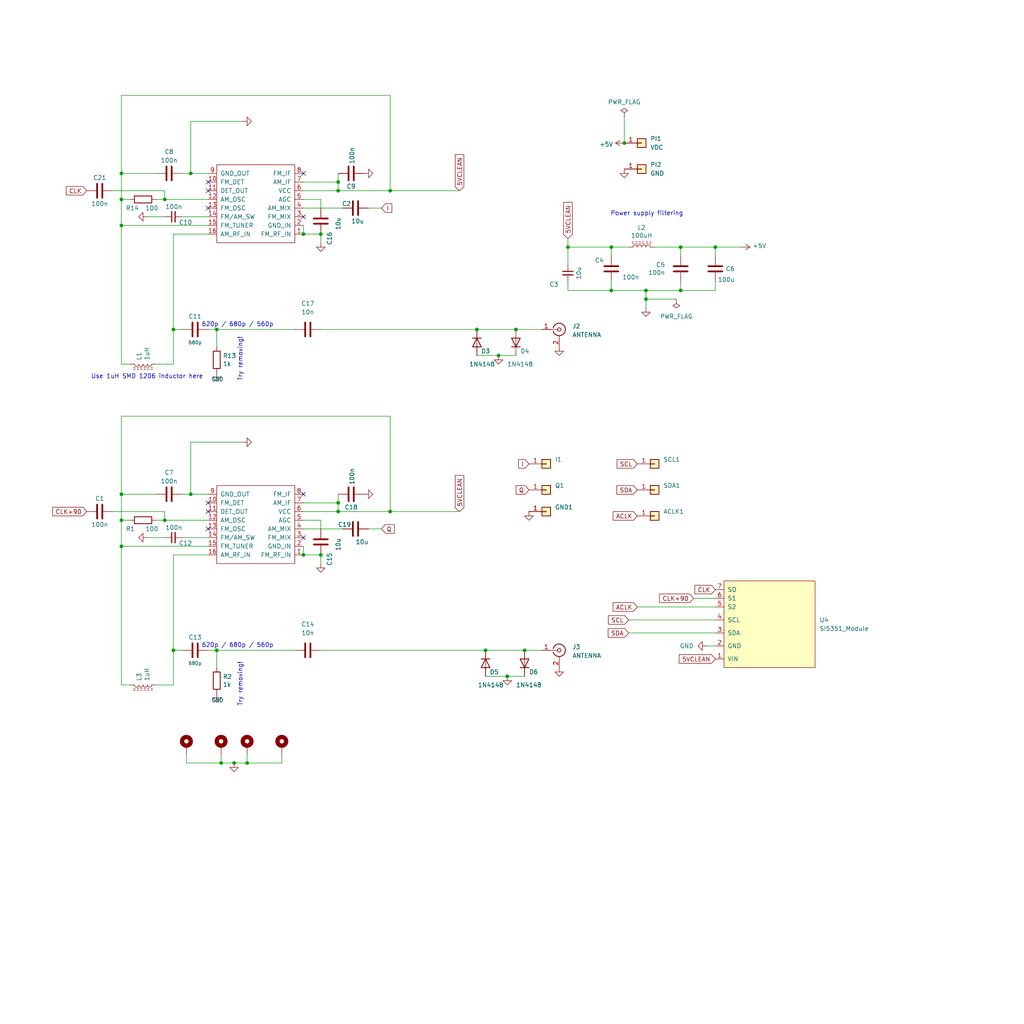
<source format=kicad_sch>
(kicad_sch (version 20230121) (generator eeschema)
  (paper "User" 299.999 299.999)
  (title_block (title "SDR using CD2003 DCRs") (date "2023-09-23") (rev "v1.01") (company "Rafal + Dhiru"))
  (lib_symbols
    (symbol "Connector:Conn_Coaxial" (pin_names (offset 1.016) hide)
      (property "Reference" "J" (at 0.254 3.048 0))
      (property "Value" "Conn_Coaxial" (at 2.921 0 90))
      (symbol "Conn_Coaxial_0_1"
        (arc (start -1.778 -0.508) (mid 0.2311 -1.8066) (end 1.778 0) (stroke (width 0.254)))
        (polyline (pts (xy -2.54 0) (xy -0.508 0)))
        (polyline (pts (xy 0 -2.54) (xy 0 -1.778)))
        (circle (center 0 0) (radius 0.508) (stroke (width 0.2032)))
        (arc (start 1.778 0) (mid 0.2099 1.8101) (end -1.778 0.508) (stroke (width 0.254)))
      )
      (symbol "Conn_Coaxial_1_1"
        (pin passive line (at -5.08 0 0) (length 2.54) (name "In") (number "1"))
        (pin passive line (at 0 -5.08 90) (length 2.54) (name "Ext") (number "2"))
      )
    )
    (symbol "Connector_Generic:Conn_01x01" (pin_names (offset 1.016) hide)
      (property "Reference" "J" (at 0 2.54 0))
      (property "Value" "Conn_01x01" (at 0 -2.54 0))
      (symbol "Conn_01x01_1_1"
        (rectangle (start -1.27 0.127) (end 0 -0.127) (stroke (width 0.1524)))
        (rectangle (start -1.27 1.27) (end 1.27 -1.27) (stroke (width 0.254)) (fill (type background)))
        (pin passive line (at -5.08 0 0) (length 3.81) (name "Pin_1") (number "1"))
      )
    )
    (symbol "D_1" (pin_numbers hide) (pin_names (offset 1.016) hide)
      (property "Reference" "D" (at 0 2.54 0))
      (property "Value" "D" (at 0 -2.54 0))
      (symbol "D_1_0_1"
        (polyline (pts (xy -1.27 1.27) (xy -1.27 -1.27)) (stroke (width 0.254)))
        (polyline (pts (xy 1.27 0) (xy -1.27 0)))
        (polyline (pts (xy 1.27 1.27) (xy 1.27 -1.27) (xy -1.27 0) (xy 1.27 1.27)) (stroke (width 0.254)))
      )
      (symbol "D_1_1_1"
        (pin passive line (at -3.81 0 0) (length 2.54) (name "K") (number "1"))
        (pin passive line (at 3.81 0 180) (length 2.54) (name "A") (number "2"))
      )
    )
    (symbol "Device:C" (pin_numbers hide) (pin_names (offset 0.254))
      (property "Reference" "C" (at 0.635 2.54 0))
      (property "Value" "C" (at 0.635 -2.54 0))
      (symbol "C_0_1"
        (polyline (pts (xy -2.032 -0.762) (xy 2.032 -0.762)) (stroke (width 0.508)))
        (polyline (pts (xy -2.032 0.762) (xy 2.032 0.762)) (stroke (width 0.508)))
      )
      (symbol "C_1_1"
        (pin passive line (at 0 3.81 270) (length 2.794) (name "~") (number "1"))
        (pin passive line (at 0 -3.81 90) (length 2.794) (name "~") (number "2"))
      )
    )
    (symbol "Device:C_Small" (pin_numbers hide) (pin_names (offset 0.254) hide)
      (property "Reference" "C" (at 0.254 1.778 0))
      (property "Value" "C_Small" (at 0.254 -2.032 0))
      (symbol "C_Small_0_1"
        (polyline (pts (xy -1.524 -0.508) (xy 1.524 -0.508)) (stroke (width 0.3302)))
        (polyline (pts (xy -1.524 0.508) (xy 1.524 0.508)) (stroke (width 0.3048)))
      )
      (symbol "C_Small_1_1"
        (pin passive line (at 0 2.54 270) (length 2.032) (name "~") (number "1"))
        (pin passive line (at 0 -2.54 90) (length 2.032) (name "~") (number "2"))
      )
    )
    (symbol "Device:D" (pin_numbers hide) (pin_names (offset 1.016) hide)
      (property "Reference" "D" (at 0 2.54 0))
      (property "Value" "D" (at 0 -2.54 0))
      (symbol "D_0_1"
        (polyline (pts (xy -1.27 1.27) (xy -1.27 -1.27)) (stroke (width 0.254)))
        (polyline (pts (xy 1.27 0) (xy -1.27 0)))
        (polyline (pts (xy 1.27 1.27) (xy 1.27 -1.27) (xy -1.27 0) (xy 1.27 1.27)) (stroke (width 0.254)))
      )
      (symbol "D_1_1"
        (pin passive line (at -3.81 0 0) (length 2.54) (name "K") (number "1"))
        (pin passive line (at 3.81 0 180) (length 2.54) (name "A") (number "2"))
      )
    )
    (symbol "Device:L_Ferrite" (pin_numbers hide) (pin_names (offset 1.016) hide)
      (property "Reference" "L" (at -1.27 0 90))
      (property "Value" "L_Ferrite" (at 2.794 0 90))
      (symbol "L_Ferrite_0_1"
        (arc (start 0 -2.54) (mid 0.6323 -1.905) (end 0 -1.27))
        (arc (start 0 -1.27) (mid 0.6323 -0.635) (end 0 0))
        (polyline (pts (xy 1.016 -2.794) (xy 1.016 -2.286)))
        (polyline (pts (xy 1.016 -1.778) (xy 1.016 -1.27)))
        (polyline (pts (xy 1.016 -0.762) (xy 1.016 -0.254)))
        (polyline (pts (xy 1.016 0.254) (xy 1.016 0.762)))
        (polyline (pts (xy 1.016 1.27) (xy 1.016 1.778)))
        (polyline (pts (xy 1.016 2.286) (xy 1.016 2.794)))
        (polyline (pts (xy 1.524 -2.286) (xy 1.524 -2.794)))
        (polyline (pts (xy 1.524 -1.27) (xy 1.524 -1.778)))
        (polyline (pts (xy 1.524 -0.254) (xy 1.524 -0.762)))
        (polyline (pts (xy 1.524 0.762) (xy 1.524 0.254)))
        (polyline (pts (xy 1.524 1.778) (xy 1.524 1.27)))
        (polyline (pts (xy 1.524 2.794) (xy 1.524 2.286)))
        (arc (start 0 0) (mid 0.6323 0.635) (end 0 1.27))
        (arc (start 0 1.27) (mid 0.6323 1.905) (end 0 2.54))
      )
      (symbol "L_Ferrite_1_1"
        (pin passive line (at 0 3.81 270) (length 1.27) (name "1") (number "1"))
        (pin passive line (at 0 -3.81 90) (length 1.27) (name "2") (number "2"))
      )
    )
    (symbol "Device:R" (pin_numbers hide) (pin_names (offset 0))
      (property "Reference" "R" (at 2.032 0 90))
      (property "Value" "R" (at 0 0 90))
      (symbol "R_0_1"
        (rectangle (start -1.016 -2.54) (end 1.016 2.54) (stroke (width 0.254)))
      )
      (symbol "R_1_1"
        (pin passive line (at 0 3.81 270) (length 1.27) (name "~") (number "1"))
        (pin passive line (at 0 -3.81 90) (length 1.27) (name "~") (number "2"))
      )
    )
    (symbol "Mechanical:MountingHole_Pad" (pin_numbers hide) (pin_names (offset 1.016) hide)
      (property "Reference" "H" (at 0 6.35 0))
      (property "Value" "MountingHole_Pad" (at 0 4.445 0))
      (symbol "MountingHole_Pad_0_1"
        (circle (center 0 1.27) (radius 1.27) (stroke (width 1.27)))
      )
      (symbol "MountingHole_Pad_1_1"
        (pin input line (at 0 -2.54 90) (length 2.54) (name "1") (number "1"))
      )
    )
    (symbol "PCM_4ms_Power-symbol:PWR_FLAG" (power) (pin_numbers hide) (pin_names (offset 0) hide)
      (property "Value" "PWR_FLAG" (at 0 3.81 0))
      (symbol "PWR_FLAG_0_0"
        (pin power_out line (at 0 0 90) (length 0) (name "pwr") (number "1"))
      )
      (symbol "PWR_FLAG_0_1"
        (polyline (pts (xy 0 0) (xy 0 1.27) (xy -1.016 1.905) (xy 0 2.54) (xy 1.016 1.905) (xy 0 1.27)))
      )
    )
    (symbol "cd2003gb_gp_fixed:CD2003GB_GP_Fixed" (pin_names (offset 1.016))
      (symbol "CD2003GB_GP_Fixed_0_1"
        (rectangle (start -11.43 17.78) (end 11.43 -5.08))
      )
      (symbol "CD2003GB_GP_Fixed_1_1"
        (pin input line (at -8.89 -7.62 90) (length 2.54) (name "FM_RF_IN") (number "1"))
        (pin input line (at 6.35 20.32 270) (length 2.54) (name "FM_DET") (number "10"))
        (pin input line (at 3.81 20.32 270) (length 2.54) (name "DET_OUT") (number "11"))
        (pin input line (at 1.27 20.32 270) (length 2.54) (name "AM_OSC") (number "12"))
        (pin input line (at -1.27 20.32 270) (length 2.54) (name "FM_OSC") (number "13"))
        (pin input line (at -3.81 20.32 270) (length 2.54) (name "FM/AM_SW") (number "14"))
        (pin input line (at -6.35 20.32 270) (length 2.54) (name "FM_TUNER") (number "15"))
        (pin input line (at -8.89 20.32 270) (length 2.54) (name "AM_RF_IN") (number "16"))
        (pin input line (at -6.35 -7.62 90) (length 2.54) (name "GND_IN") (number "2"))
        (pin input line (at -3.81 -7.62 90) (length 2.54) (name "FM_MIX") (number "3"))
        (pin input line (at -1.27 -7.62 90) (length 2.54) (name "AM_MIX") (number "4"))
        (pin passive line (at 1.27 -7.62 90) (length 2.54) (name "AGC") (number "5"))
        (pin input line (at 3.81 -7.62 90) (length 2.54) (name "VCC") (number "6"))
        (pin input line (at 6.35 -7.62 90) (length 2.54) (name "AM_IF") (number "7"))
        (pin input line (at 8.89 -7.62 90) (length 2.54) (name "FM_IF") (number "8"))
        (pin input line (at 8.89 20.32 270) (length 2.54) (name "GND_OUT") (number "9"))
      )
    )
    (symbol "power:+5V" (power) (pin_names (offset 0))
      (property "Value" "+5V" (at 0 3.556 0))
      (symbol "+5V_0_1"
        (polyline (pts (xy -0.762 1.27) (xy 0 2.54)))
        (polyline (pts (xy 0 0) (xy 0 2.54)))
        (polyline (pts (xy 0 2.54) (xy 0.762 1.27)))
      )
      (symbol "+5V_1_1"
        (pin power_in line (at 0 0 90) (length 0) hide (name "+5V") (number "1"))
      )
    )
    (symbol "power:GND" (power) (pin_names (offset 0))
      (property "Value" "GND" (at 0 -3.81 0))
      (symbol "GND_0_1"
        (polyline (pts (xy 0 0) (xy 0 -1.27) (xy 1.27 -1.27) (xy 0 -2.54) (xy -1.27 -1.27) (xy 0 -1.27)))
      )
      (symbol "GND_1_1"
        (pin power_in line (at 0 0 270) (length 0) hide (name "GND") (number "1"))
      )
    )
    (symbol "power:PWR_FLAG" (power) (pin_numbers hide) (pin_names (offset 0) hide)
      (property "Value" "PWR_FLAG" (at 0 3.81 0))
      (symbol "PWR_FLAG_0_0"
        (pin power_out line (at 0 0 90) (length 0) (name "pwr") (number "1"))
      )
      (symbol "PWR_FLAG_0_1"
        (polyline (pts (xy 0 0) (xy 0 1.27) (xy -1.016 1.905) (xy 0 2.54) (xy 1.016 1.905) (xy 0 1.27)))
      )
    )
    (symbol "si535x_module-vfo:SI535X_Module-VFO-ESP-WSPR-PCB-TTL-PA_FINAL-rescue-DIGI_UNO_TX-rescue-DTX-rescue" (pin_names (offset 1.016))
      (property "Reference" "U4" (at -1.27 13.97 0))
      (property "Value" "SI5351_Module" (at 0 -10.795 90))
      (symbol "SI535X_Module-VFO-ESP-WSPR-PCB-TTL-PA_FINAL-rescue-DIGI_UNO_TX-rescue-DTX-rescue_0_1"
        (rectangle (start -12.7 12.7) (end 13.97 -12.7) (fill (type background)))
      )
      (symbol "SI535X_Module-VFO-ESP-WSPR-PCB-TTL-PA_FINAL-rescue-DIGI_UNO_TX-rescue-DTX-rescue_1_1"
        (pin input line (at -15.24 -10.16 0) (length 2.54) (name "VIN") (number "1"))
        (pin input line (at -15.24 -6.35 0) (length 2.54) (name "GND") (number "2"))
        (pin bidirectional line (at -15.24 -2.54 0) (length 2.54) (name "SDA") (number "3"))
        (pin bidirectional line (at -15.24 1.27 0) (length 2.54) (name "SCL") (number "4"))
        (pin output line (at -15.24 5.08 0) (length 2.54) (name "S2") (number "5"))
        (pin output line (at -15.24 7.62 0) (length 2.54) (name "S1") (number "6"))
        (pin output line (at -15.24 10.16 0) (length 2.54) (name "SO") (number "7"))
      )
    )
  )
  (junction (at 88.9 162.56))
  (junction (at 114.3 149.86))
  (junction (at 93.98 162.56))
  (junction (at 182.88 41.91))
  (junction (at 50.8 96.52))
  (junction (at 48.26 152.4))
  (junction (at 153.67 190.5))
  (junction (at 88.9 68.58))
  (junction (at 199.39 72.39))
  (junction (at 146.05 104.14))
  (junction (at 189.23 85.09))
  (junction (at 179.07 72.39))
  (junction (at 72.39 223.52))
  (junction (at 48.26 58.42))
  (junction (at 99.06 53.34))
  (junction (at 99.06 149.86))
  (junction (at 55.88 50.8))
  (junction (at 93.98 68.58))
  (junction (at 99.06 55.88))
  (junction (at 166.37 72.39))
  (junction (at 151.13 96.52))
  (junction (at 139.7 96.52))
  (junction (at 148.59 198.12))
  (junction (at 209.55 72.39))
  (junction (at 114.3 55.88))
  (junction (at 63.5 190.5))
  (junction (at 55.88 144.78))
  (junction (at 99.06 147.32))
  (junction (at 199.39 85.09))
  (junction (at 68.58 223.52))
  (junction (at 64.77 223.52))
  (junction (at 50.8 190.5))
  (junction (at 179.07 85.09))
  (junction (at 35.56 66.04))
  (junction (at 35.56 50.8))
  (junction (at 35.56 58.42))
  (junction (at 142.24 190.5))
  (junction (at 63.5 96.52))
  (junction (at 189.23 87.63))
  (junction (at 35.56 160.02))
  (junction (at 35.56 144.78))
  (junction (at 35.56 152.4))
  (no_connect (at 60.96 149.86))
  (no_connect (at 60.96 60.96))
  (no_connect (at 88.9 63.5))
  (no_connect (at 60.96 55.88))
  (no_connect (at 88.9 157.48))
  (no_connect (at 60.96 147.32))
  (no_connect (at 60.96 53.34))
  (no_connect (at 88.9 144.78))
  (no_connect (at 60.96 154.94))
  (no_connect (at 88.9 50.8))
  (wire (pts (xy 35.56 152.4) (xy 35.56 144.78)))
  (wire (pts (xy 63.5 190.5) (xy 86.36 190.5)))
  (wire (pts (xy 64.77 223.52) (xy 68.58 223.52)))
  (wire (pts (xy 38.1 200.66) (xy 35.56 200.66)))
  (wire (pts (xy 182.88 34.29) (xy 182.88 41.91)))
  (wire (pts (xy 93.98 162.56) (xy 93.98 165.1)))
  (wire (pts (xy 50.8 96.52) (xy 53.34 96.52)))
  (wire (pts (xy 53.34 50.8) (xy 55.88 50.8)))
  (wire (pts (xy 60.96 96.52) (xy 63.5 96.52)))
  (wire (pts (xy 179.07 85.09) (xy 189.23 85.09)))
  (wire (pts (xy 99.06 147.32) (xy 99.06 149.86)))
  (wire (pts (xy 63.5 101.6) (xy 63.5 96.52)))
  (wire (pts (xy 93.98 68.58) (xy 93.98 71.12)))
  (wire (pts (xy 114.3 55.88) (xy 134.62 55.88)))
  (wire (pts (xy 72.39 220.98) (xy 72.39 223.52)))
  (wire (pts (xy 53.34 157.48) (xy 60.96 157.48)))
  (wire (pts (xy 184.15 181.61) (xy 209.55 181.61)))
  (wire (pts (xy 43.18 157.48) (xy 48.26 157.48)))
  (wire (pts (xy 209.55 177.8) (xy 186.69 177.8)))
  (wire (pts (xy 166.37 72.39) (xy 166.37 77.47)))
  (wire (pts (xy 209.55 82.55) (xy 209.55 85.09)))
  (wire (pts (xy 54.61 223.52) (xy 64.77 223.52)))
  (wire (pts (xy 35.56 121.92) (xy 114.3 121.92)))
  (wire (pts (xy 55.88 50.8) (xy 55.88 35.56)))
  (wire (pts (xy 184.15 185.42) (xy 209.55 185.42)))
  (wire (pts (xy 88.9 154.94) (xy 100.33 154.94)))
  (wire (pts (xy 55.88 35.56) (xy 71.12 35.56)))
  (wire (pts (xy 153.67 190.5) (xy 158.75 190.5)))
  (wire (pts (xy 166.37 72.39) (xy 179.07 72.39)))
  (wire (pts (xy 166.37 82.55) (xy 166.37 85.09)))
  (wire (pts (xy 88.9 60.96) (xy 100.33 60.96)))
  (wire (pts (xy 45.72 152.4) (xy 48.26 152.4)))
  (wire (pts (xy 93.98 190.5) (xy 142.24 190.5)))
  (wire (pts (xy 48.26 149.86) (xy 48.26 152.4)))
  (wire (pts (xy 114.3 121.92) (xy 114.3 149.86)))
  (wire (pts (xy 189.23 85.09) (xy 199.39 85.09)))
  (wire (pts (xy 93.98 96.52) (xy 139.7 96.52)))
  (wire (pts (xy 209.55 72.39) (xy 217.17 72.39)))
  (wire (pts (xy 35.56 50.8) (xy 45.72 50.8)))
  (wire (pts (xy 60.96 50.8) (xy 55.88 50.8)))
  (wire (pts (xy 199.39 72.39) (xy 199.39 74.93)))
  (wire (pts (xy 207.01 189.23) (xy 209.55 189.23)))
  (wire (pts (xy 99.06 50.8) (xy 99.06 53.34)))
  (wire (pts (xy 53.34 63.5) (xy 60.96 63.5)))
  (wire (pts (xy 88.9 53.34) (xy 99.06 53.34)))
  (wire (pts (xy 99.06 149.86) (xy 114.3 149.86)))
  (wire (pts (xy 153.67 198.12) (xy 148.59 198.12)))
  (wire (pts (xy 114.3 149.86) (xy 134.62 149.86)))
  (wire (pts (xy 209.55 72.39) (xy 209.55 74.93)))
  (wire (pts (xy 199.39 72.39) (xy 209.55 72.39)))
  (wire (pts (xy 54.61 220.98) (xy 54.61 223.52)))
  (wire (pts (xy 60.96 144.78) (xy 55.88 144.78)))
  (wire (pts (xy 35.56 58.42) (xy 35.56 50.8)))
  (wire (pts (xy 99.06 53.34) (xy 99.06 55.88)))
  (wire (pts (xy 179.07 74.93) (xy 179.07 72.39)))
  (wire (pts (xy 35.56 66.04) (xy 35.56 58.42)))
  (wire (pts (xy 50.8 200.66) (xy 45.72 200.66)))
  (wire (pts (xy 50.8 68.58) (xy 60.96 68.58)))
  (wire (pts (xy 88.9 147.32) (xy 99.06 147.32)))
  (wire (pts (xy 114.3 27.94) (xy 114.3 55.88)))
  (wire (pts (xy 43.18 63.5) (xy 48.26 63.5)))
  (wire (pts (xy 50.8 190.5) (xy 50.8 200.66)))
  (wire (pts (xy 68.58 223.52) (xy 72.39 223.52)))
  (wire (pts (xy 88.9 149.86) (xy 99.06 149.86)))
  (wire (pts (xy 35.56 160.02) (xy 35.56 200.66)))
  (wire (pts (xy 199.39 82.55) (xy 199.39 85.09)))
  (wire (pts (xy 139.7 96.52) (xy 151.13 96.52)))
  (wire (pts (xy 151.13 96.52) (xy 158.75 96.52)))
  (wire (pts (xy 35.56 66.04) (xy 60.96 66.04)))
  (wire (pts (xy 35.56 160.02) (xy 35.56 152.4)))
  (wire (pts (xy 88.9 68.58) (xy 93.98 68.58)))
  (wire (pts (xy 203.2 175.26) (xy 209.55 175.26)))
  (wire (pts (xy 35.56 160.02) (xy 60.96 160.02)))
  (wire (pts (xy 35.56 50.8) (xy 35.56 27.94)))
  (wire (pts (xy 63.5 195.58) (xy 63.5 190.5)))
  (wire (pts (xy 64.77 220.98) (xy 64.77 223.52)))
  (wire (pts (xy 55.88 129.54) (xy 71.12 129.54)))
  (wire (pts (xy 48.26 58.42) (xy 60.96 58.42)))
  (wire (pts (xy 88.9 55.88) (xy 99.06 55.88)))
  (wire (pts (xy 38.1 106.68) (xy 35.56 106.68)))
  (wire (pts (xy 107.95 154.94) (xy 111.76 154.94)))
  (wire (pts (xy 50.8 68.58) (xy 50.8 96.52)))
  (wire (pts (xy 48.26 152.4) (xy 60.96 152.4)))
  (wire (pts (xy 179.07 82.55) (xy 179.07 85.09)))
  (wire (pts (xy 53.34 144.78) (xy 55.88 144.78)))
  (wire (pts (xy 146.05 104.14) (xy 139.7 104.14)))
  (wire (pts (xy 35.56 27.94) (xy 114.3 27.94)))
  (wire (pts (xy 38.1 58.42) (xy 35.56 58.42)))
  (wire (pts (xy 189.23 90.17) (xy 189.23 87.63)))
  (wire (pts (xy 50.8 162.56) (xy 50.8 190.5)))
  (wire (pts (xy 60.96 190.5) (xy 63.5 190.5)))
  (wire (pts (xy 45.72 106.68) (xy 50.8 106.68)))
  (wire (pts (xy 166.37 69.85) (xy 166.37 72.39)))
  (wire (pts (xy 99.06 55.88) (xy 114.3 55.88)))
  (wire (pts (xy 189.23 87.63) (xy 198.12 87.63)))
  (wire (pts (xy 50.8 96.52) (xy 50.8 106.68)))
  (wire (pts (xy 35.56 66.04) (xy 35.56 106.68)))
  (wire (pts (xy 166.37 85.09) (xy 179.07 85.09)))
  (wire (pts (xy 33.02 55.88) (xy 48.26 55.88)))
  (wire (pts (xy 50.8 162.56) (xy 60.96 162.56)))
  (wire (pts (xy 93.98 58.42) (xy 93.98 60.96)))
  (wire (pts (xy 93.98 152.4) (xy 93.98 154.94)))
  (wire (pts (xy 99.06 144.78) (xy 99.06 147.32)))
  (wire (pts (xy 88.9 160.02) (xy 88.9 162.56)))
  (wire (pts (xy 45.72 58.42) (xy 48.26 58.42)))
  (wire (pts (xy 199.39 85.09) (xy 209.55 85.09)))
  (wire (pts (xy 55.88 144.78) (xy 55.88 129.54)))
  (wire (pts (xy 48.26 55.88) (xy 48.26 58.42)))
  (wire (pts (xy 35.56 144.78) (xy 45.72 144.78)))
  (wire (pts (xy 82.55 223.52) (xy 82.55 220.98)))
  (wire (pts (xy 88.9 66.04) (xy 88.9 68.58)))
  (wire (pts (xy 179.07 72.39) (xy 184.15 72.39)))
  (wire (pts (xy 191.77 72.39) (xy 199.39 72.39)))
  (wire (pts (xy 88.9 152.4) (xy 93.98 152.4)))
  (wire (pts (xy 142.24 190.5) (xy 153.67 190.5)))
  (wire (pts (xy 88.9 58.42) (xy 93.98 58.42)))
  (wire (pts (xy 63.5 96.52) (xy 86.36 96.52)))
  (wire (pts (xy 38.1 152.4) (xy 35.56 152.4)))
  (wire (pts (xy 148.59 198.12) (xy 142.24 198.12)))
  (wire (pts (xy 88.9 162.56) (xy 93.98 162.56)))
  (wire (pts (xy 189.23 87.63) (xy 189.23 85.09)))
  (wire (pts (xy 35.56 144.78) (xy 35.56 121.92)))
  (wire (pts (xy 50.8 190.5) (xy 53.34 190.5)))
  (wire (pts (xy 151.13 104.14) (xy 146.05 104.14)))
  (wire (pts (xy 33.02 149.86) (xy 48.26 149.86)))
  (wire (pts (xy 72.39 223.52) (xy 82.55 223.52)))
  (wire (pts (xy 107.95 60.96) (xy 111.76 60.96)))
  (text "620p / 680p / 560p" (at 59.055 189.865 0) (effects (font (size 1.27 1.27)) (justify left bottom)))
  (text "Use 1uH SMD 1206 inductor here" (at 26.67 111.125 0) (effects (font (size 1.27 1.27)) (justify left bottom)))
  (text "Power supply filtering" (at 178.816 63.373 0) (effects (font (size 1.27 1.27)) (justify left bottom)))
  (text "620p / 680p / 560p" (at 59.055 95.885 0) (effects (font (size 1.27 1.27)) (justify left bottom)))
  (text "Try removing!" (at 71.12 111.76 90) (effects (font (size 1.27 1.27)) (justify left bottom)))
  (text "Try removing!" (at 71.12 207.01 90) (effects (font (size 1.27 1.27)) (justify left bottom)))
  (global_label "Q" (shape input) (at 154.94 143.51 180) (property "Intersheetrefs" "${INTERSHEET_REFS}" (effects hide)))
  (global_label "ACLK" (shape input) (at 186.69 151.13 180) (property "Intersheetrefs" "${INTERSHEET_REFS}" (effects hide)))
  (global_label "CLK" (shape input) (at 25.4 55.88 180) (property "Intersheetrefs" "${INTERSHEET_REFS}" (effects hide)))
  (global_label "5VCLEAN" (shape input) (at 134.62 149.86 90) (property "Intersheetrefs" "${INTERSHEET_REFS}" (effects hide)))
  (global_label "5VCLEAN" (shape input) (at 209.55 193.04 180) (property "Intersheetrefs" "${INTERSHEET_REFS}" (effects hide)))
  (global_label "I" (shape input) (at 111.76 60.96 0) (property "Intersheetrefs" "${INTERSHEET_REFS}" (effects hide)))
  (global_label "I" (shape input) (at 154.94 135.89 180) (property "Intersheetrefs" "${INTERSHEET_REFS}" (effects hide)))
  (global_label "SDA" (shape input) (at 186.69 143.51 180) (property "Intersheetrefs" "${INTERSHEET_REFS}" (effects hide)))
  (global_label "CLK+90" (shape input) (at 203.2 175.26 180) (property "Intersheetrefs" "${INTERSHEET_REFS}" (effects hide)))
  (global_label "Q" (shape input) (at 111.76 154.94 0) (property "Intersheetrefs" "${INTERSHEET_REFS}" (effects hide)))
  (global_label "5VCLEAN" (shape input) (at 134.62 55.88 90) (property "Intersheetrefs" "${INTERSHEET_REFS}" (effects hide)))
  (global_label "CLK+90" (shape input) (at 25.4 149.86 180) (property "Intersheetrefs" "${INTERSHEET_REFS}" (effects hide)))
  (global_label "ACLK" (shape input) (at 186.69 177.8 180) (property "Intersheetrefs" "${INTERSHEET_REFS}" (effects hide)))
  (global_label "SDA" (shape input) (at 184.15 185.42 180) (property "Intersheetrefs" "${INTERSHEET_REFS}" (effects hide)))
  (global_label "CLK" (shape input) (at 209.55 172.72 180) (property "Intersheetrefs" "${INTERSHEET_REFS}" (effects hide)))
  (global_label "5VCLEAN" (shape input) (at 166.37 69.85 90) (property "Intersheetrefs" "${INTERSHEET_REFS}" (effects hide)))
  (global_label "SCL" (shape input) (at 186.69 135.89 180) (property "Intersheetrefs" "${INTERSHEET_REFS}" (effects hide)))
  (global_label "SCL" (shape input) (at 184.15 181.61 180) (property "Intersheetrefs" "${INTERSHEET_REFS}" (effects hide)))
  (symbol (lib_id "Device:C_Small") (at 50.8 157.48 90) (unit 1)
    (property "Reference" "C12" (at 54.356 159.131 90))
    (property "Value" "100n" (at 50.927 154.559 90))
    (property "Footprint" "Capacitor_SMD:C_1206_3216Metric_Pad1.33x1.80mm_HandSolder" (effects hide))
  )
  (symbol (lib_id "Device:L_Ferrite") (at 41.91 106.68 270) (unit 1)
    (property "Reference" "L1" (at 40.7416 105.5624 0) (effects (justify right)))
    (property "Value" "1uH" (at 43.053 105.5624 0) (effects (justify right)))
    (property "Footprint" "Inductor_SMD:L_1206_3216Metric_Pad1.22x1.90mm_HandSolder" (effects hide))
  )
  (symbol (lib_id "Device:C") (at 29.21 149.86 270) (unit 1)
    (property "Reference" "C1" (at 29.21 146.05 90))
    (property "Value" "100n" (at 29.21 153.67 90))
    (property "Footprint" "Capacitor_SMD:C_1206_3216Metric_Pad1.33x1.80mm_HandSolder" (effects hide))
  )
  (symbol (lib_id "Device:C") (at 104.14 60.96 90) (mirror x) (unit 1)
    (property "Reference" "C2" (at 102.87 59.69 90) (effects (justify left)))
    (property "Value" "10u" (at 106.68 64.77 90) (effects (justify left)))
    (property "Footprint" "Capacitor_SMD:C_1206_3216Metric_Pad1.33x1.80mm_HandSolder" (effects hide))
  )
  (symbol (lib_id "Device:C") (at 93.98 64.77 0) (unit 1)
    (property "Reference" "C16" (at 96.52 69.85 90))
    (property "Value" " 10u" (at 99.06 66.04 90))
    (property "Footprint" "Capacitor_SMD:C_1206_3216Metric_Pad1.33x1.80mm_HandSolder" (effects hide))
  )
  (symbol (lib_id "Device:C") (at 102.87 50.8 90) (unit 1)
    (property "Reference" "C9" (at 102.87 54.61 90))
    (property "Value" "100n" (at 103.124 45.593 0))
    (property "Footprint" "Capacitor_SMD:C_1206_3216Metric_Pad1.33x1.80mm_HandSolder" (effects hide))
  )
  (symbol (lib_id "power:+5V") (at 182.88 41.91 90) (mirror x) (unit 1)
    (property "Reference" "#PWR011" (effects hide))
    (property "Value" "+5V" (at 179.6288 42.291 90) (effects (justify left)))
  )
  (symbol (lib_id "Device:R") (at 63.5 199.39 0) (unit 1)
    (property "Reference" "R2" (at 65.278 198.2216 0) (effects (justify left)))
    (property "Value" "1k" (at 65.278 200.533 0) (effects (justify left)))
    (property "Footprint" "Resistor_SMD:R_1206_3216Metric_Pad1.30x1.75mm_HandSolder" (effects hide))
  )
  (symbol (lib_id "cd2003gb_gp_fixed:CD2003GB_GP_Fixed") (at 81.28 59.69 90) (unit 1)
    (property "Reference" "U1" (effects hide))
    (property "Value" "CD2003GB_GP" (effects hide))
    (property "Footprint" "Package_DIP:DIP-16_W7.62mm_Socket" (effects hide))
  )
  (symbol (lib_id "Device:C") (at 29.21 55.88 270) (unit 1)
    (property "Reference" "C21" (at 29.21 52.07 90))
    (property "Value" "100n" (at 29.21 59.69 90))
    (property "Footprint" "Capacitor_SMD:C_1206_3216Metric_Pad1.33x1.80mm_HandSolder" (effects hide))
  )
  (symbol (lib_id "Device:C_Small") (at 50.8 63.5 90) (unit 1)
    (property "Reference" "C10" (at 54.356 65.151 90))
    (property "Value" "100n" (at 50.927 60.579 90))
    (property "Footprint" "Capacitor_SMD:C_1206_3216Metric_Pad1.33x1.80mm_HandSolder" (effects hide))
  )
  (symbol (lib_id "Connector_Generic:Conn_01x01") (at 191.77 143.51 0) (unit 1)
    (property "Reference" "SDA1" (at 194.31 142.24 0) (effects (justify left)))
    (property "Value" "SDA" (effects hide))
    (property "Footprint" "TestPoint:TestPoint_Pad_4.0x4.0mm" (effects hide))
  )
  (symbol (lib_id "Connector_Generic:Conn_01x01") (at 187.96 49.53 0) (unit 1)
    (property "Reference" "PI2" (at 190.5 48.26 0) (effects (justify left)))
    (property "Value" "GND" (at 190.5 50.8 0) (effects (justify left)))
    (property "Footprint" "TestPoint:TestPoint_Pad_4.0x4.0mm" (effects hide))
  )
  (symbol (lib_id "Connector_Generic:Conn_01x01") (at 191.77 151.13 0) (unit 1)
    (property "Reference" "ACLK1" (at 194.31 149.86 0) (effects (justify left)))
    (property "Value" "ACLK" (effects hide))
    (property "Footprint" "TestPoint:TestPoint_Pad_4.0x4.0mm" (effects hide))
  )
  (symbol (lib_id "power:GND") (at 71.12 35.56 90) (unit 1)
    (property "Reference" "#PWR0132" (effects hide))
    (property "Value" "GNDPWR" (effects hide))
  )
  (symbol (lib_id "Device:C") (at 209.55 78.74 0) (mirror y) (unit 1)
    (property "Reference" "C6" (at 215.265 78.74 0) (effects (justify left)))
    (property "Value" "100u" (at 215.265 81.915 0) (effects (justify left)))
    (property "Footprint" "Capacitor_SMD:C_1206_3216Metric_Pad1.33x1.80mm_HandSolder" (effects hide))
  )
  (symbol (lib_name "D_1") (lib_id "Device:D") (at 151.13 100.33 90) (unit 1)
    (property "Reference" "D4" (at 152.4 102.87 90) (effects (justify right)))
    (property "Value" "1N4148" (at 148.59 106.68 90) (effects (justify right)))
    (property "Footprint" "Diode_SMD:D_SOD-123" (effects hide))
    (property "Sim.Device" "D" (effects hide))
    (property "Sim.Pins" "1=K 2=A" (effects hide))
  )
  (symbol (lib_id "Device:C") (at 104.14 154.94 90) (mirror x) (unit 1)
    (property "Reference" "C19" (at 102.87 153.67 90) (effects (justify left)))
    (property "Value" "10u" (at 107.95 158.75 90) (effects (justify left)))
    (property "Footprint" "Capacitor_SMD:C_1206_3216Metric_Pad1.33x1.80mm_HandSolder" (effects hide))
  )
  (symbol (lib_name "D_1") (lib_id "Device:D") (at 153.67 194.31 90) (unit 1)
    (property "Reference" "D6" (at 154.94 196.85 90) (effects (justify right)))
    (property "Value" "1N4148" (at 151.13 200.66 90) (effects (justify right)))
    (property "Footprint" "Diode_SMD:D_SOD-123" (effects hide))
    (property "Sim.Device" "D" (effects hide))
    (property "Sim.Pins" "1=K 2=A" (effects hide))
  )
  (symbol (lib_id "power:GND") (at 189.23 90.17 0) (unit 1)
    (property "Reference" "#PWR03" (effects hide))
    (property "Value" "GNDPWR" (effects hide))
  )
  (symbol (lib_id "Mechanical:MountingHole_Pad") (at 64.77 218.44 0) (unit 1)
    (property "Reference" "H2" (effects hide))
    (property "Value" "MountingHole_Pad" (effects hide))
    (property "Footprint" "MountingHole:MountingHole_2.2mm_M2_Pad_Via" (effects hide))
  )
  (symbol (lib_id "power:GND") (at 207.01 189.23 270) (unit 1)
    (property "Reference" "#PWR013" (effects hide))
    (property "Value" "GND" (at 203.2 189.23 90) (effects (justify right)))
  )
  (symbol (lib_id "power:GND") (at 163.83 101.6 0) (unit 1)
    (property "Reference" "#PWR015" (effects hide))
    (property "Value" "GNDPWR" (effects hide))
  )
  (symbol (lib_id "Connector_Generic:Conn_01x01") (at 160.02 135.89 0) (unit 1)
    (property "Reference" "I1" (at 162.56 134.62 0) (effects (justify left)))
    (property "Value" "I" (effects hide))
    (property "Footprint" "TestPoint:TestPoint_Pad_4.0x4.0mm" (effects hide))
  )
  (symbol (lib_id "Device:C_Small") (at 166.37 80.01 0) (unit 1)
    (property "Reference" "C3" (at 160.909 83.312 0) (effects (justify left)))
    (property "Value" "10u" (at 169.545 81.915 90) (effects (justify left)))
    (property "Footprint" "Capacitor_SMD:C_1206_3216Metric_Pad1.33x1.80mm_HandSolder" (effects hide))
  )
  (symbol (lib_id "Device:C") (at 49.53 50.8 90) (mirror x) (unit 1)
    (property "Reference" "C8" (at 49.53 44.45 90))
    (property "Value" "100n" (at 49.53 46.99 90))
    (property "Footprint" "Capacitor_SMD:C_1206_3216Metric_Pad1.33x1.80mm_HandSolder" (effects hide))
  )
  (symbol (lib_id "power:GND") (at 43.18 157.48 270) (unit 1)
    (property "Reference" "#PWR01" (effects hide))
    (property "Value" "GNDPWR" (effects hide))
  )
  (symbol (lib_id "Device:C") (at 199.39 78.74 0) (mirror y) (unit 1)
    (property "Reference" "C5" (at 194.8688 77.5716 0) (effects (justify left)))
    (property "Value" "100n" (at 194.8688 79.883 0) (effects (justify left)))
    (property "Footprint" "Capacitor_SMD:C_1206_3216Metric_Pad1.33x1.80mm_HandSolder" (effects hide))
  )
  (symbol (lib_id "Device:C") (at 93.98 158.75 0) (unit 1)
    (property "Reference" "C15" (at 96.52 163.83 90))
    (property "Value" " 10u" (at 99.06 160.02 90))
    (property "Footprint" "Capacitor_SMD:C_1206_3216Metric_Pad1.33x1.80mm_HandSolder" (effects hide))
  )
  (symbol (lib_id "power:GND") (at 93.98 71.12 0) (unit 1)
    (property "Reference" "#PWR02" (effects hide))
    (property "Value" "GNDPWR" (effects hide))
  )
  (symbol (lib_id "power:GND") (at 43.18 63.5 270) (unit 1)
    (property "Reference" "#PWR0131" (effects hide))
    (property "Value" "GNDPWR" (effects hide))
  )
  (symbol (lib_id "power:GND") (at 148.59 198.12 0) (unit 1)
    (property "Reference" "#PWR018" (effects hide))
    (property "Value" "GNDPWR" (effects hide))
  )
  (symbol (lib_id "power:GND") (at 63.5 203.2 0) (unit 1)
    (property "Reference" "#U$05" (effects hide))
    (property "Value" "~" (at 61.976 205.74 0) (effects (font (size 1.27 1.0795)) (justify left bottom)))
    (property "Footprint" "Adafruit Si5351A:" (effects hide))
  )
  (symbol (lib_id "power:GND") (at 146.05 104.14 0) (unit 1)
    (property "Reference" "#PWR017" (effects hide))
    (property "Value" "GNDPWR" (effects hide))
  )
  (symbol (lib_id "power:GND") (at 68.58 223.52 0) (unit 1)
    (property "Reference" "#PWR010" (effects hide))
    (property "Value" "GNDPWR" (effects hide))
  )
  (symbol (lib_id "Connector_Generic:Conn_01x01") (at 160.02 143.51 0) (unit 1)
    (property "Reference" "Q1" (at 162.56 142.24 0) (effects (justify left)))
    (property "Value" "Q" (effects hide))
    (property "Footprint" "TestPoint:TestPoint_Pad_4.0x4.0mm" (effects hide))
  )
  (symbol (lib_id "Device:R") (at 63.5 105.41 0) (unit 1)
    (property "Reference" "R13" (at 65.278 104.2416 0) (effects (justify left)))
    (property "Value" "1k" (at 65.278 106.553 0) (effects (justify left)))
    (property "Footprint" "Resistor_SMD:R_1206_3216Metric_Pad1.30x1.75mm_HandSolder" (effects hide))
  )
  (symbol (lib_id "Device:C") (at 49.53 144.78 90) (mirror x) (unit 1)
    (property "Reference" "C7" (at 49.53 138.43 90))
    (property "Value" "100n" (at 49.53 140.97 90))
    (property "Footprint" "Capacitor_SMD:C_1206_3216Metric_Pad1.33x1.80mm_HandSolder" (effects hide))
  )
  (symbol (lib_id "PCM_4ms_Power-symbol:PWR_FLAG") (at 198.12 87.63 180) (unit 1)
    (property "Reference" "#FLG01" (effects hide))
    (property "Value" "PWR_FLAG" (at 198.12 92.71 0))
  )
  (symbol (lib_id "si535x_module-vfo:SI535X_Module-VFO-ESP-WSPR-PCB-TTL-PA_FINAL-rescue-DIGI_UNO_TX-rescue-DTX-rescue") (at 224.79 182.88 0) (unit 1)
    (property "Reference" "U4" (at 240.03 181.61 0) (effects (justify left)))
    (property "Value" "SI5351_Module" (at 240.03 184.15 0) (effects (justify left)))
    (property "Footprint" "footprints:SI5351 Module" (effects hide))
  )
  (symbol (lib_id "Device:C") (at 90.17 96.52 90) (unit 1)
    (property "Reference" "C17" (at 90.17 88.9 90))
    (property "Value" "10n" (at 90.17 91.44 90))
    (property "Footprint" "Capacitor_SMD:C_1206_3216Metric_Pad1.33x1.80mm_HandSolder" (effects hide))
  )
  (symbol (lib_id "Device:C") (at 102.87 144.78 90) (unit 1)
    (property "Reference" "C18" (at 102.87 148.59 90))
    (property "Value" "100n" (at 103.124 139.573 0))
    (property "Footprint" "Capacitor_SMD:C_1206_3216Metric_Pad1.33x1.80mm_HandSolder" (effects hide))
  )
  (symbol (lib_id "Connector_Generic:Conn_01x01") (at 160.02 149.86 0) (unit 1)
    (property "Reference" "GND1" (at 162.56 148.59 0) (effects (justify left)))
    (property "Value" "GND" (effects hide))
    (property "Footprint" "TestPoint:TestPoint_Pad_4.0x4.0mm" (effects hide))
  )
  (symbol (lib_id "power:GND") (at 63.5 109.22 0) (unit 1)
    (property "Reference" "#U$0102" (effects hide))
    (property "Value" "~" (at 61.976 111.76 0) (effects (font (size 1.27 1.0795)) (justify left bottom)))
    (property "Footprint" "Adafruit Si5351A:" (effects hide))
  )
  (symbol (lib_id "power:GND") (at 93.98 165.1 0) (unit 1)
    (property "Reference" "#PWR07" (effects hide))
    (property "Value" "GNDPWR" (effects hide))
  )
  (symbol (lib_id "Connector:Conn_Coaxial") (at 163.83 96.52 0) (unit 1)
    (property "Reference" "J2" (at 167.64 95.5432 0) (effects (justify left)))
    (property "Value" "ANTENNA" (at 167.64 98.0832 0) (effects (justify left)))
    (property "Footprint" "Connector_Coaxial:SMA_Samtec_SMA-J-P-X-ST-EM1_EdgeMount" (effects hide))
    (property "Datasheet" " ~" (effects hide))
  )
  (symbol (lib_id "power:GND") (at 106.68 144.78 90) (unit 1)
    (property "Reference" "#PWR08" (effects hide))
    (property "Value" "GNDPWR" (effects hide))
  )
  (symbol (lib_id "Device:C") (at 90.17 190.5 90) (unit 1)
    (property "Reference" "C14" (at 90.17 182.88 90))
    (property "Value" "10n" (at 90.17 185.42 90))
    (property "Footprint" "Capacitor_SMD:C_1206_3216Metric_Pad1.33x1.80mm_HandSolder" (effects hide))
  )
  (symbol (lib_id "power:GND") (at 182.88 49.53 0) (unit 1)
    (property "Reference" "#PWR012" (effects hide))
    (property "Value" "GND" (effects hide))
  )
  (symbol (lib_id "Device:R") (at 41.91 58.42 270) (unit 1)
    (property "Reference" "R14" (at 36.83 60.96 90) (effects (justify left)))
    (property "Value" "100" (at 42.545 60.96 90) (effects (justify left)))
    (property "Footprint" "Resistor_SMD:R_1206_3216Metric_Pad1.30x1.75mm_HandSolder" (effects hide))
  )
  (symbol (lib_id "Mechanical:MountingHole_Pad") (at 54.61 218.44 0) (unit 1)
    (property "Reference" "H1" (effects hide))
    (property "Value" "MountingHole_Pad" (effects hide))
    (property "Footprint" "MountingHole:MountingHole_2.2mm_M2_Pad_Via" (effects hide))
  )
  (symbol (lib_id "Device:C") (at 57.15 190.5 270) (unit 1)
    (property "Reference" "C13" (at 57.15 186.69 90))
    (property "Value" "680p" (at 57.15 194.31 90) (effects (font (size 1 1))))
    (property "Footprint" "Capacitor_SMD:C_1206_3216Metric_Pad1.33x1.80mm_HandSolder" (effects hide))
  )
  (symbol (lib_id "Device:L_Ferrite") (at 187.96 72.39 270) (mirror x) (unit 1)
    (property "Reference" "L2" (at 187.96 66.675 90))
    (property "Value" "100uH" (at 187.96 68.9864 90))
    (property "Footprint" "Inductor_SMD:L_1206_3216Metric_Pad1.22x1.90mm_HandSolder" (effects hide))
  )
  (symbol (lib_id "power:GND") (at 163.83 195.58 0) (unit 1)
    (property "Reference" "#PWR016" (effects hide))
    (property "Value" "GNDPWR" (effects hide))
  )
  (symbol (lib_id "Device:D") (at 139.7 100.33 270) (unit 1)
    (property "Reference" "D3" (at 142.24 102.87 90))
    (property "Value" "1N4148" (at 141.224 106.7054 90))
    (property "Footprint" "Diode_SMD:D_SOD-123" (effects hide))
    (property "Sim.Device" "D" (effects hide))
    (property "Sim.Pins" "1=K 2=A" (effects hide))
  )
  (symbol (lib_id "Device:D") (at 142.24 194.31 270) (unit 1)
    (property "Reference" "D5" (at 144.78 196.85 90))
    (property "Value" "1N4148" (at 143.764 200.6854 90))
    (property "Footprint" "Diode_SMD:D_SOD-123" (effects hide))
    (property "Sim.Device" "D" (effects hide))
    (property "Sim.Pins" "1=K 2=A" (effects hide))
  )
  (symbol (lib_id "Mechanical:MountingHole_Pad") (at 72.39 218.44 0) (unit 1)
    (property "Reference" "H3" (effects hide))
    (property "Value" "MountingHole_Pad" (effects hide))
    (property "Footprint" "MountingHole:MountingHole_2.2mm_M2_Pad_Via" (effects hide))
  )
  (symbol (lib_id "Connector_Generic:Conn_01x01") (at 191.77 135.89 0) (unit 1)
    (property "Reference" "SCL1" (at 194.31 134.62 0) (effects (justify left)))
    (property "Value" "SCL" (effects hide))
    (property "Footprint" "TestPoint:TestPoint_Pad_4.0x4.0mm" (effects hide))
  )
  (symbol (lib_id "Mechanical:MountingHole_Pad") (at 82.55 218.44 0) (mirror y) (unit 1)
    (property "Reference" "H4" (effects hide))
    (property "Value" "MountingHole_Pad" (effects hide))
    (property "Footprint" "MountingHole:MountingHole_2.2mm_M2_Pad_Via" (effects hide))
  )
  (symbol (lib_id "Connector:Conn_Coaxial") (at 163.83 190.5 0) (unit 1)
    (property "Reference" "J3" (at 167.64 189.5232 0) (effects (justify left)))
    (property "Value" "ANTENNA" (at 167.64 192.0632 0) (effects (justify left)))
    (property "Footprint" "Connector_Coaxial:SMA_Samtec_SMA-J-P-X-ST-EM1_EdgeMount" (effects hide))
    (property "Datasheet" " ~" (effects hide))
  )
  (symbol (lib_id "Device:C") (at 57.15 96.52 270) (unit 1)
    (property "Reference" "C11" (at 57.15 92.71 90))
    (property "Value" "680p" (at 57.15 100.33 90) (effects (font (size 1 1))))
    (property "Footprint" "Capacitor_SMD:C_1206_3216Metric_Pad1.33x1.80mm_HandSolder" (effects hide))
  )
  (symbol (lib_id "Device:C") (at 179.07 78.74 0) (mirror y) (unit 1)
    (property "Reference" "C4" (at 176.9364 76.2762 0) (effects (justify left)))
    (property "Value" "100n" (at 187.2996 81.2038 0) (effects (justify left)))
    (property "Footprint" "Capacitor_SMD:C_1206_3216Metric_Pad1.33x1.80mm_HandSolder" (effects hide))
  )
  (symbol (lib_id "Connector_Generic:Conn_01x01") (at 187.96 41.91 0) (unit 1)
    (property "Reference" "PI1" (at 190.5 40.64 0) (effects (justify left)))
    (property "Value" "VDC" (at 190.5 43.18 0) (effects (justify left)))
    (property "Footprint" "TestPoint:TestPoint_Pad_4.0x4.0mm" (effects hide))
  )
  (symbol (lib_id "power:GND") (at 154.94 149.86 0) (unit 1)
    (property "Reference" "#PWR09" (effects hide))
    (property "Value" "GNDPWR" (effects hide))
  )
  (symbol (lib_id "cd2003gb_gp_fixed:CD2003GB_GP_Fixed") (at 81.28 153.67 90) (unit 1)
    (property "Reference" "U2" (effects hide))
    (property "Value" "CD2003GB_GP" (effects hide))
    (property "Footprint" "Package_DIP:DIP-16_W7.62mm_Socket" (effects hide))
  )
  (symbol (lib_id "power:+5V") (at 217.17 72.39 270) (mirror x) (unit 1)
    (property "Reference" "#PWR04" (effects hide))
    (property "Value" "+5V" (at 220.4212 72.009 90) (effects (justify left)))
  )
  (symbol (lib_id "Device:R") (at 41.91 152.4 270) (unit 1)
    (property "Reference" "R1" (at 36.83 154.94 90) (effects (justify left)))
    (property "Value" "100" (at 42.545 154.94 90) (effects (justify left)))
    (property "Footprint" "Resistor_SMD:R_1206_3216Metric_Pad1.30x1.75mm_HandSolder" (effects hide))
  )
  (symbol (lib_id "Device:L_Ferrite") (at 41.91 200.66 270) (unit 1)
    (property "Reference" "L3" (at 40.7416 199.5424 0) (effects (justify right)))
    (property "Value" "1uH" (at 43.053 199.5424 0) (effects (justify right)))
    (property "Footprint" "Inductor_SMD:L_1206_3216Metric_Pad1.22x1.90mm_HandSolder" (effects hide))
  )
  (symbol (lib_id "power:GND") (at 106.68 50.8 90) (unit 1)
    (property "Reference" "#PWR05" (effects hide))
    (property "Value" "GNDPWR" (effects hide))
  )
  (symbol (lib_id "power:GND") (at 71.12 129.54 90) (unit 1)
    (property "Reference" "#PWR06" (effects hide))
    (property "Value" "GNDPWR" (effects hide))
  )
  (symbol (lib_id "power:PWR_FLAG") (at 182.88 34.29 0) (unit 1)
    (property "Reference" "#FLG03" (effects hide))
    (property "Value" "PWR_FLAG" (at 182.88 29.8958 0))
  )
)
</source>
